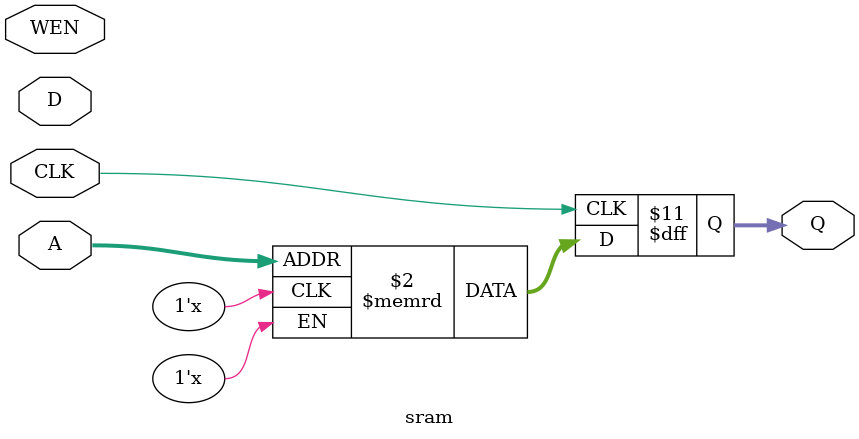
<source format=v>
module sram
#(
  parameter DATA_WIDTH = 32,
  parameter ADDR_WIDTH = 10
)
(
  input                       CLK ,
  input      [ADDR_WIDTH-1:0] A   ,
  input      [DATA_WIDTH-1:0] D   ,  
  input      [DATA_WIDTH-1:0] WEN ,  
  output reg [DATA_WIDTH-1:0] Q 
);

  reg [DATA_WIDTH-1:0] data_array [ADDR_WIDTH-1:0];

  always @(posedge CLK) begin
    Q <= data_array[A];
  end 

  always @(posedge CLK) begin
    if (WEN) begin
      data_arrayata[A] <= D;
    end
  end  

endmodule
</source>
